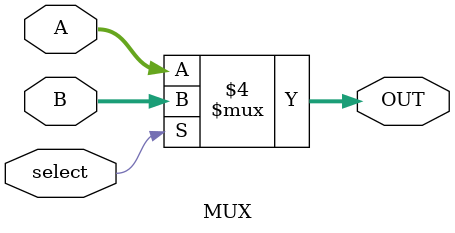
<source format=v>
module MUX(
    input [31:0] A,
    input [31:0] B,
    input select,
    output reg [31:0] OUT
    );
       
    always @(*) begin
        if (select == 0 )
            OUT = A;
        else
            OUT = B;
    end
endmodule

</source>
